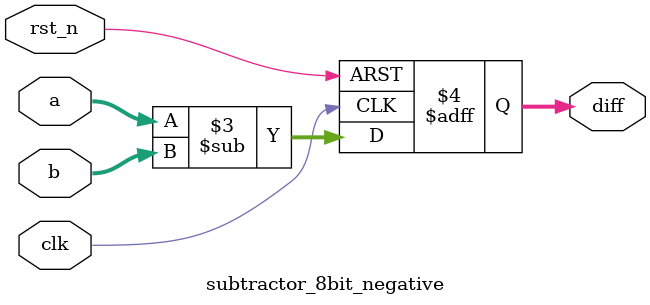
<source format=v>
module twos_complement_8bit (
    input  wire        clk,
    input  wire        rst_n,
    input  wire [7:0]  in,
    output reg  [7:0]  out
);

    // Single pipeline stage with optimized logic
    always @(posedge clk or negedge rst_n) begin
        if (!rst_n)
            out <= 8'b0;
        else
            out <= (~in) + 1'b1;
    end

endmodule

module subtractor_8bit_negative (
    input  wire        clk,
    input  wire        rst_n,
    input  wire [7:0]  a,
    input  wire [7:0]  b,
    output reg  [7:0]  diff
);

    // Single pipeline stage with optimized subtraction
    always @(posedge clk or negedge rst_n) begin
        if (!rst_n)
            diff <= 8'b0;
        else
            diff <= a - b;
    end

endmodule
</source>
